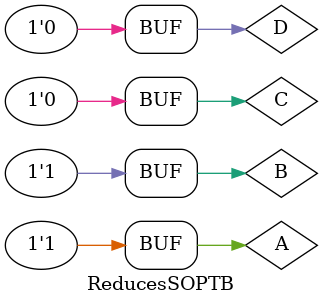
<source format=v>
`timescale 1ns / 1ps


module ReducesSOPTB;

	// Inputs
	reg A;
	reg B;
	reg C;
	reg D;

	// Outputs
	wire OUT;

	// Instantiate the Unit Under Test (UUT)
	ReducedSOP uut (
		.A(A), 
		.B(B), 
		.C(C), 
		.D(D), 
		.OUT(OUT)
	);

	initial begin
	
		A = 0;B = 0;C = 0;D = 0;#100;
		A = 0;B = 1;C = 0;D = 1;#100;
		A = 0;B = 1;C = 1;D = 0;#100;
		A = 1;B = 1;C = 0;D = 0;#100;

	end
      
endmodule


</source>
